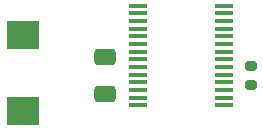
<source format=gtp>
%TF.GenerationSoftware,KiCad,Pcbnew,9.0.4-9.0.4-0~ubuntu24.04.1*%
%TF.CreationDate,2025-09-24T17:39:37+03:00*%
%TF.ProjectId,Patient remote control,50617469-656e-4742-9072-656d6f746520,rev?*%
%TF.SameCoordinates,Original*%
%TF.FileFunction,Paste,Top*%
%TF.FilePolarity,Positive*%
%FSLAX46Y46*%
G04 Gerber Fmt 4.6, Leading zero omitted, Abs format (unit mm)*
G04 Created by KiCad (PCBNEW 9.0.4-9.0.4-0~ubuntu24.04.1) date 2025-09-24 17:39:37*
%MOMM*%
%LPD*%
G01*
G04 APERTURE LIST*
G04 Aperture macros list*
%AMRoundRect*
0 Rectangle with rounded corners*
0 $1 Rounding radius*
0 $2 $3 $4 $5 $6 $7 $8 $9 X,Y pos of 4 corners*
0 Add a 4 corners polygon primitive as box body*
4,1,4,$2,$3,$4,$5,$6,$7,$8,$9,$2,$3,0*
0 Add four circle primitives for the rounded corners*
1,1,$1+$1,$2,$3*
1,1,$1+$1,$4,$5*
1,1,$1+$1,$6,$7*
1,1,$1+$1,$8,$9*
0 Add four rect primitives between the rounded corners*
20,1,$1+$1,$2,$3,$4,$5,0*
20,1,$1+$1,$4,$5,$6,$7,0*
20,1,$1+$1,$6,$7,$8,$9,0*
20,1,$1+$1,$8,$9,$2,$3,0*%
G04 Aperture macros list end*
%ADD10RoundRect,0.200000X-0.275000X0.200000X-0.275000X-0.200000X0.275000X-0.200000X0.275000X0.200000X0*%
%ADD11R,2.800000X2.400000*%
%ADD12R,1.500000X0.400000*%
%ADD13RoundRect,0.250000X-0.650000X0.412500X-0.650000X-0.412500X0.650000X-0.412500X0.650000X0.412500X0*%
G04 APERTURE END LIST*
D10*
%TO.C,R1*%
X123820000Y-135444000D03*
X123820000Y-137094000D03*
%TD*%
D11*
%TO.C,C1*%
X104500000Y-132840000D03*
X104500000Y-139240000D03*
%TD*%
D12*
%TO.C,IC1*%
X114267000Y-130330000D03*
X114267000Y-130980000D03*
X114267000Y-131630000D03*
X114267000Y-132280000D03*
X114267000Y-132930000D03*
X114267000Y-133580000D03*
X114267000Y-134230000D03*
X114267000Y-134880000D03*
X114267000Y-135530000D03*
X114267000Y-136180000D03*
X114267000Y-136830000D03*
X114267000Y-137480000D03*
X114267000Y-138130000D03*
X114267000Y-138780000D03*
X121517000Y-138780000D03*
X121517000Y-138130000D03*
X121517000Y-137480000D03*
X121517000Y-136830000D03*
X121517000Y-136180000D03*
X121517000Y-135530000D03*
X121517000Y-134880000D03*
X121517000Y-134230000D03*
X121517000Y-133580000D03*
X121517000Y-132930000D03*
X121517000Y-132280000D03*
X121517000Y-131630000D03*
X121517000Y-130980000D03*
X121517000Y-130330000D03*
%TD*%
D13*
%TO.C,C2*%
X111500000Y-134659000D03*
X111500000Y-137784000D03*
%TD*%
M02*

</source>
